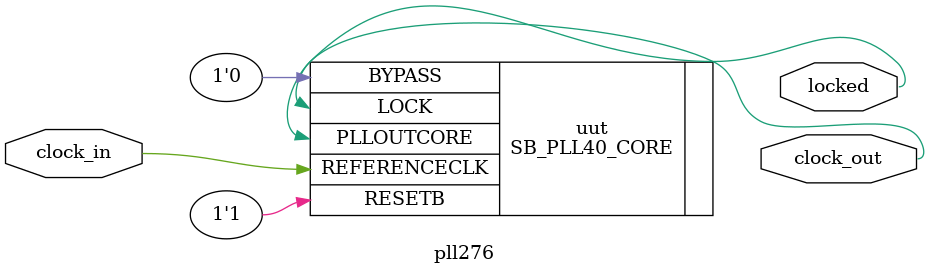
<source format=v>
/**
 * PLL configuration
 *
 * This Verilog module was generated automatically
 * using the icepll tool from the IceStorm project.
 * Use at your own risk.
 *
 * Given input frequency:        12.000 MHz
 * Requested output frequency:  275.000 MHz
 * Achieved output frequency:   276.000 MHz
 */

module pll276(
	input  clock_in,
	output clock_out,
	output locked
	);

SB_PLL40_CORE #(
		.FEEDBACK_PATH("SIMPLE"),
		.DIVR(4'b0000),		// DIVR =  0
		.DIVF(7'b0101101),	// DIVF = 45
		.DIVQ(3'b001),		// DIVQ =  1
		.FILTER_RANGE(3'b001)	// FILTER_RANGE = 1
	) uut (
		.LOCK(locked),
		.RESETB(1'b1),
		.BYPASS(1'b0),
		.REFERENCECLK(clock_in),
		.PLLOUTCORE(clock_out)
		);

endmodule

</source>
